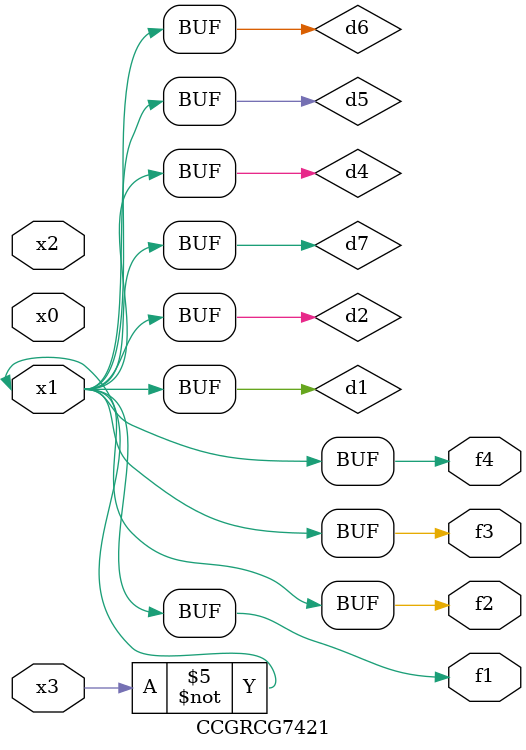
<source format=v>
module CCGRCG7421(
	input x0, x1, x2, x3,
	output f1, f2, f3, f4
);

	wire d1, d2, d3, d4, d5, d6, d7;

	not (d1, x3);
	buf (d2, x1);
	xnor (d3, d1, d2);
	nor (d4, d1);
	buf (d5, d1, d2);
	buf (d6, d4, d5);
	nand (d7, d4);
	assign f1 = d6;
	assign f2 = d7;
	assign f3 = d6;
	assign f4 = d6;
endmodule

</source>
